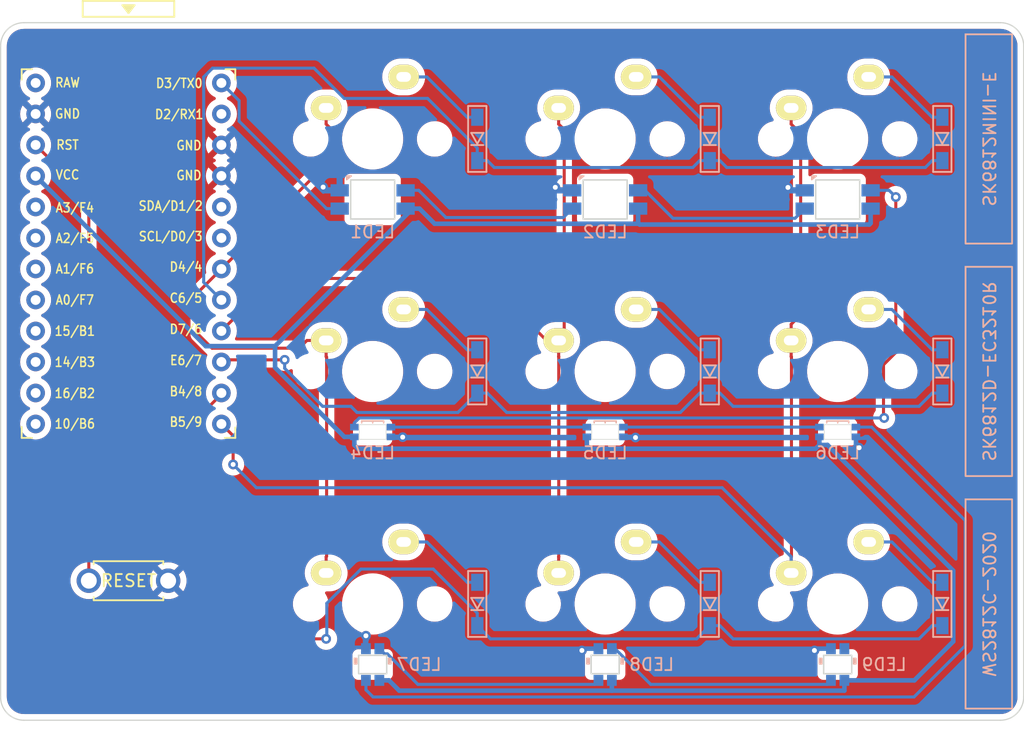
<source format=kicad_pcb>
(kicad_pcb (version 20211014) (generator pcbnew)
  (layers (0 "F.Cu" signal) (31 "B.Cu" signal) (34 "B.Paste" user) (35 "F.Paste" user) (36 "B.SilkS" user "B.Silkscreen") (37 "F.SilkS" user "F.Silkscreen") (38 "B.Mask" user) (39 "F.Mask" user) (44 "Edge.Cuts" user))
  (net 0 "")
  (net 1 "col0")
  (net 2 "Net-(D1-Pad2)")
  (net 3 "Net-(D2-Pad2)")
  (net 4 "col1")
  (net 5 "Net-(D3-Pad2)")
  (net 6 "Net-(D4-Pad2)")
  (net 7 "GND")
  (net 8 "Net-(LED1-Pad2)")
  (net 9 "led")
  (net 10 "VCC")
  (net 11 "Net-(LED2-Pad2)")
  (net 12 "Net-(LED3-Pad2)")
  (net 13 "row0")
  (net 14 "row1")
  (net 15 "reset")
  (net 22 "col2")
  (net 23 "Net-(D5-Pad2)")
  (net 24 "Net-(D6-Pad2)")
  (net 25 "Net-(LED4-Pad2)")
  (net 26 "Net-(LED5-Pad2)")
  (net 27 "Net-(D7-Pad2)")
  (net 34 "Net-(D8-Pad2)")
  (net 35 "Net-(D9-Pad2)")
  (net 36 "Net-(LED6-Pad2)")
  (net 37 "Net-(LED7-Pad1)")
  (net 38 "Net-(LED8-Pad1)")
  (net 40 "row2")
  (footprint "kbd:CherryMX_1u" (layer "F.Cu") (at -726.757 -573.405)
    (fp_text reference "SW8" hide)
    (fp_text value "SW_PUSH" hide)
    (pad "" np_thru_hole circle locked (at 5.08 0 90) (size 1.9 1.9) (drill 1.9) (layers *.Cu *.Mask))
    (pad "" np_thru_hole circle locked (at 0 0 90) (size 4 4) (drill 4) (layers *.Cu *.Mask))
    (pad "" np_thru_hole circle locked (at -5.08 0 90) (size 1.9 1.9) (drill 1.9) (layers *.Cu *.Mask))
    (pad "1" thru_hole oval locked (at -3.81 -2.54) (size 2.5 2) (drill oval 1.2 0.8) (layers *.Cu "F.SilkS" "B.Mask") (net 14 "row1"))
    (pad "2" thru_hole oval locked (at 2.54 -5.08) (size 2.5 2) (drill oval 1.2 0.8) (layers *.Cu "F.SilkS" "B.Mask") (net 34 "Net-(D8-Pad2)"))
  )
  (footprint "kbd:ProMicro_v3" (layer "F.Cu") (at -765.81 -601.613)
    (fp_text reference "U1" hide)
    (fp_text value "ProMicro" hide)
    (fp_text user "SDA/D1/2" (at 3.455 -4.4 unlocked) (layer "F.SilkS") (effects (font (size 0.75 0.67) (thickness 0.125))))
    (fp_text user "B5/9" (at 4.705 13.3 unlocked) (layer "F.SilkS") (effects (font (size 0.75 0.67) (thickness 0.125))))
    (fp_text user "RST" (at -4.995 -9.4 unlocked) (layer "F.SilkS") (effects (font (size 0.75 0.67) (thickness 0.125))))
    (fp_text user "GND" (at 4.955 -9.35 unlocked) (layer "F.SilkS") (effects (font (size 0.75 0.67) (thickness 0.125))))
    (fp_text user "10/B6" (at -4.395 13.45 unlocked) (layer "F.SilkS") (effects (font (size 0.75 0.67) (thickness 0.125))))
    (fp_text user "RAW" (at -4.995 -14.5 unlocked) (layer "F.SilkS") (effects (font (size 0.75 0.67) (thickness 0.125))))
    (fp_text user "A3/F4" (at -4.395 -4.25 unlocked) (layer "F.SilkS") (effects (font (size 0.75 0.67) (thickness 0.125))))
    (fp_text user "A1/F6" (at -4.395 0.75 unlocked) (layer "F.SilkS") (effects (font (size 0.75 0.67) (thickness 0.125))))
    (fp_text user "GND" (at -4.995 -11.95 unlocked) (layer "F.SilkS") (effects (font (size 0.75 0.67) (thickness 0.125))))
    (fp_text user "D4/4" (at 4.705 0.6 unlocked) (layer "F.SilkS") (effects (font (size 0.75 0.67) (thickness 0.125))))
    (fp_text user "C6/5" (at 4.705 3.15 unlocked) (layer "F.SilkS") (effects (font (size 0.75 0.67) (thickness 0.125))))
    (fp_text user "SCL/D0/3" (at 3.455 -1.9 unlocked) (layer "F.SilkS") (effects (font (size 0.75 0.67) (thickness 0.125))))
    (fp_text user "16/B2" (at -4.395 10.95 unlocked) (layer "F.SilkS") (effects (font (size 0.75 0.67) (thickness 0.125))))
    (fp_text user "E6/7" (at 4.705 8.25 unlocked) (layer "F.SilkS") (effects (font (size 0.75 0.67) (thickness 0.125))))
    (fp_text user "B4/8" (at 4.705 10.8 unlocked) (layer "F.SilkS") (effects (font (size 0.75 0.67) (thickness 0.125))))
    (fp_text user "D7/6" (at 4.705 5.7 unlocked) (layer "F.SilkS") (effects (font (size 0.75 0.67) (thickness 0.125))))
    (fp_text user "VCC" (at -4.995 -6.95 unlocked) (layer "F.SilkS") (effects (font (size 0.75 0.67) (thickness 0.125))))
    (fp_text user "GND" (at 4.955 -6.9 unlocked) (layer "F.SilkS") (effects (font (size 0.75 0.67) (thickness 0.125))))
    (fp_text user "D3/TX0" (at 4.155 -14.45 unlocked) (layer "F.SilkS") (effects (font (size 0.75 0.67) (thickness 0.125))))
    (fp_text user "A0/F7" (at -4.395 3.3 unlocked) (layer "F.SilkS") (effects (font (size 0.75 0.67) (thickness 0.125))))
    (fp_text user "D2/RX1" (at 4.155 -11.9 unlocked) (layer "F.SilkS") (effects (font (size 0.75 0.67) (thickness 0.125))))
    (fp_text user "A2/F5" (at -4.395 -1.75 unlocked) (layer "F.SilkS") (effects (font (size 0.75 0.67) (thickness 0.125))))
    (fp_text user "15/B1" (at -4.395 5.85 unlocked) (layer "F.SilkS") (effects (font (size 0.75 0.67) (thickness 0.125))))
    (fp_text user "14/B3" (at -4.395 8.4 unlocked) (layer "F.SilkS") (effects (font (size 0.75 0.67) (thickness 0.125))))
    (pad "1" thru_hole circle locked (at 7.6114 -14.478) (size 1.524 1.524) (drill 0.8128) (layers *.Cu "B.Mask") (net 9 "led"))
    (pad "2" thru_hole circle locked (at 7.6114 -11.938) (size 1.524 1.524) (drill 0.8128) (layers *.Cu "B.Mask"))
    (pad "3" thru_hole circle locked (at 7.6114 -9.398) (size 1.524 1.524) (drill 0.8128) (layers *.Cu "B.Mask") (net 7 "GND"))
    (pad "4" thru_hole circle locked (at 7.6114 -6.858) (size 1.524 1.524) (drill 0.8128) (layers *.Cu "B.Mask") (net 7 "GND"))
    (pad "5" thru_hole circle locked (at 7.6114 -4.318) (size 1.524 1.524) (drill 0.8128) (layers *.Cu "B.Mask"))
    (pad "6" thru_hole circle locked (at 7.6114 -1.778) (size 1.524 1.524) (drill 0.8128) (layers *.Cu "B.Mask"))
    (pad "7" thru_hole circle locked (at 7.6114 0.762) (size 1.524 1.524) (drill 0.8128) (layers *.Cu "B.Mask") (net 13 "row0"))
    (pad "8" thru_hole circle locked (at 7.6114 3.302) (size 1.524 1.524) (drill 0.8128) (layers *.Cu "B.Mask") (net 1 "col0"))
    (pad "9" thru_hole circle locked (at 7.6114 5.842) (size 1.524 1.524) (drill 0.8128) (layers *.Cu "B.Mask") (net 14 "row1"))
    (pad "10" thru_hole circle locked (at 7.6114 8.382) (size 1.524 1.524) (drill 0.8128) (layers *.Cu "B.Mask") (net 4 "col1"))
    (pad "11" thru_hole circle locked (at 7.6114 10.922) (size 1.524 1.524) (drill 0.8128) (layers *.Cu "B.Mask") (net 22 "col2"))
    (pad "12" thru_hole circle locked (at 7.6114 13.462) (size 1.524 1.524) (drill 0.8128) (layers *.Cu "B.Mask") (net 40 "row2"))
    (pad "13" thru_hole circle locked (at -7.6086 13.462) (size 1.524 1.524) (drill 0.8128) (layers *.Cu "B.Mask"))
    (pad "14" thru_hole circle locked (at -7.6086 10.922) (size 1.524 1.524) (drill 0.8128) (layers *.Cu "B.Mask"))
    (pad "15" thru_hole circle locked (at -7.6086 8.382) (size 1.524 1.524) (drill 0.8128) (layers *.Cu "B.Mask"))
    (pad "16" thru_hole circle locked (at -7.6086 5.842) (size 1.524 1.524) (drill 0.8128) (layers *.Cu "B.Mask"))
    (pad "17" thru_hole circle locked (at -7.6086 3.302) (size 1.524 1.524) (drill 0.8128) (layers *.Cu "B.Mask"))
    (pad "18" thru_hole circle locked (at -7.6086 0.762) (size 1.524 1.524) (drill 0.8128) (layers *.Cu "B.Mask"))
    (pad "19" thru_hole circle locked (at -7.6086 -1.778) (size 1.524 1.524) (drill 0.8128) (layers *.Cu "B.Mask"))
    (pad "20" thru_hole circle locked (at -7.6086 -4.318) (size 1.524 1.524) (drill 0.8128) (layers *.Cu "B.Mask"))
    (pad "21" thru_hole circle locked (at -7.6086 -6.858) (size 1.524 1.524) (drill 0.8128) (layers *.Cu "B.Mask") (net 10 "VCC"))
    (pad "22" thru_hole circle locked (at -7.6086 -9.398) (size 1.524 1.524) (drill 0.8128) (layers *.Cu "B.Mask") (net 15 "reset"))
    (pad "23" thru_hole circle locked (at -7.6086 -11.938) (size 1.524 1.524) (drill 0.8128) (layers *.Cu "B.Mask") (net 7 "GND"))
    (pad "24" thru_hole circle locked (at -7.6086 -14.478) (size 1.524 1.524) (drill 0.8128) (layers *.Cu "B.Mask"))
  )
  (footprint "kbd:CherryMX_1u" (layer "F.Cu") (at -745.807 -573.405)
    (fp_text reference "SW7" hide)
    (fp_text value "SW_PUSH" hide)
    (pad "" np_thru_hole circle locked (at -5.08 0 90) (size 1.9 1.9) (drill 1.9) (layers *.Cu *.Mask))
    (pad "" np_thru_hole circle locked (at 0 0 90) (size 4 4) (drill 4) (layers *.Cu *.Mask))
    (pad "" np_thru_hole circle locked (at 5.08 0 90) (size 1.9 1.9) (drill 1.9) (layers *.Cu *.Mask))
    (pad "1" thru_hole oval locked (at -3.81 -2.54) (size 2.5 2) (drill oval 1.2 0.8) (layers *.Cu "F.SilkS" "B.Mask") (net 13 "row0"))
    (pad "2" thru_hole oval locked (at 2.54 -5.08) (size 2.5 2) (drill oval 1.2 0.8) (layers *.Cu "F.SilkS" "B.Mask") (net 27 "Net-(D7-Pad2)"))
  )
  (footprint "kbd:CherryMX_1u" (layer "F.Cu") (at -707.707 -611.505)
    (fp_text reference "SW3" hide)
    (fp_text value "SW_PUSH" hide)
    (pad "" np_thru_hole circle locked (at 5.08 0 90) (size 1.9 1.9) (drill 1.9) (layers *.Cu *.Mask))
    (pad "" np_thru_hole circle locked (at -5.08 0 90) (size 1.9 1.9) (drill 1.9) (layers *.Cu *.Mask))
    (pad "" np_thru_hole circle locked (at 0 0 90) (size 4 4) (drill 4) (layers *.Cu *.Mask))
    (pad "1" thru_hole oval locked (at -3.81 -2.54) (size 2.5 2) (drill oval 1.2 0.8) (layers *.Cu "F.SilkS" "B.Mask") (net 40 "row2"))
    (pad "2" thru_hole oval locked (at 2.54 -5.08) (size 2.5 2) (drill oval 1.2 0.8) (layers *.Cu "F.SilkS" "B.Mask") (net 5 "Net-(D3-Pad2)"))
  )
  (footprint "kbd:CherryMX_1u" (layer "F.Cu") (at -726.757 -611.505)
    (fp_text reference "SW2" hide)
    (fp_text value "SW_PUSH" hide)
    (pad "" np_thru_hole circle locked (at -5.08 0 90) (size 1.9 1.9) (drill 1.9) (layers *.Cu *.Mask))
    (pad "" np_thru_hole circle locked (at 0 0 90) (size 4 4) (drill 4) (layers *.Cu *.Mask))
    (pad "" np_thru_hole circle locked (at 5.08 0 90) (size 1.9 1.9) (drill 1.9) (layers *.Cu *.Mask))
    (pad "1" thru_hole oval locked (at -3.81 -2.54) (size 2.5 2) (drill oval 1.2 0.8) (layers *.Cu "F.SilkS" "B.Mask") (net 14 "row1"))
    (pad "2" thru_hole oval locked (at 2.54 -5.08) (size 2.5 2) (drill oval 1.2 0.8) (layers *.Cu "F.SilkS" "B.Mask") (net 3 "Net-(D2-Pad2)"))
  )
  (footprint "kbd:CherryMX_1u" (layer "F.Cu") (at -726.757 -592.455)
    (fp_text reference "SW5" hide)
    (fp_text value "SW_PUSH" hide)
    (pad "" np_thru_hole circle locked (at -5.08 0 90) (size 1.9 1.9) (drill 1.9) (layers *.Cu *.Mask))
    (pad "" np_thru_hole circle locked (at 0 0 90) (size 4 4) (drill 4) (layers *.Cu *.Mask))
    (pad "" np_thru_hole circle locked (at 5.08 0 90) (size 1.9 1.9) (drill 1.9) (layers *.Cu *.Mask))
    (pad "1" thru_hole oval locked (at -3.81 -2.54) (size 2.5 2) (drill oval 1.2 0.8) (layers *.Cu "F.SilkS" "B.Mask") (net 14 "row1"))
    (pad "2" thru_hole oval locked (at 2.54 -5.08) (size 2.5 2) (drill oval 1.2 0.8) (layers *.Cu "F.SilkS" "B.Mask") (net 23 "Net-(D5-Pad2)"))
  )
  (footprint "kbd:ResetSW_1side" (layer "F.Cu") (at -765.81 -575.31 180)
    (fp_text reference "SW10" hide)
    (fp_text value "SW_PUSH")
    (fp_text user "RESET" (at 0 0) (layer "F.SilkS"))
    (pad "1" thru_hole circle locked (at 3.25 0 180) (size 2 2) (drill 1.3) (layers *.Cu "B.Mask") (net 15 "reset"))
    (pad "2" thru_hole circle locked (at -3.25 0 180) (size 2 2) (drill 1.3) (layers *.Cu "B.Mask") (net 7 "GND"))
  )
  (footprint "kbd:CherryMX_1u" (layer "F.Cu") (at -745.807 -592.455)
    (fp_text reference "SW4" hide)
    (fp_text value "SW_PUSH" hide)
    (pad "" np_thru_hole circle locked (at 5.08 0 90) (size 1.9 1.9) (drill 1.9) (layers *.Cu *.Mask))
    (pad "" np_thru_hole circle locked (at -5.08 0 90) (size 1.9 1.9) (drill 1.9) (layers *.Cu *.Mask))
    (pad "" np_thru_hole circle locked (at 0 0 90) (size 4 4) (drill 4) (layers *.Cu *.Mask))
    (pad "1" thru_hole oval locked (at -3.81 -2.54) (size 2.5 2) (drill oval 1.2 0.8) (layers *.Cu "F.SilkS" "B.Mask") (net 13 "row0"))
    (pad "2" thru_hole oval locked (at 2.54 -5.08) (size 2.5 2) (drill oval 1.2 0.8) (layers *.Cu "F.SilkS" "B.Mask") (net 6 "Net-(D4-Pad2)"))
  )
  (footprint "kbd:CherryMX_1u" (layer "F.Cu") (at -707.707 -592.455)
    (fp_text reference "SW6" hide)
    (fp_text value "SW_PUSH" hide)
    (pad "" np_thru_hole circle locked (at 0 0 90) (size 4 4) (drill 4) (layers *.Cu *.Mask))
    (pad "" np_thru_hole circle locked (at -5.08 0 90) (size 1.9 1.9) (drill 1.9) (layers *.Cu *.Mask))
    (pad "" np_thru_hole circle locked (at 5.08 0 90) (size 1.9 1.9) (drill 1.9) (layers *.Cu *.Mask))
    (pad "1" thru_hole oval locked (at -3.81 -2.54) (size 2.5 2) (drill oval 1.2 0.8) (layers *.Cu "F.SilkS" "B.Mask") (net 40 "row2"))
    (pad "2" thru_hole oval locked (at 2.54 -5.08) (size 2.5 2) (drill oval 1.2 0.8) (layers *.Cu "F.SilkS" "B.Mask") (net 24 "Net-(D6-Pad2)"))
  )
  (footprint "kbd:CherryMX_1u" (layer "F.Cu") (at -745.807 -611.505)
    (fp_text reference "SW1" hide)
    (fp_text value "SW_PUSH" hide)
    (pad "" np_thru_hole circle locked (at 5.08 0 90) (size 1.9 1.9) (drill 1.9) (layers *.Cu *.Mask))
    (pad "" np_thru_hole circle locked (at -5.08 0 90) (size 1.9 1.9) (drill 1.9) (layers *.Cu *.Mask))
    (pad "" np_thru_hole circle locked (at 0 0 90) (size 4 4) (drill 4) (layers *.Cu *.Mask))
    (pad "1" thru_hole oval locked (at -3.81 -2.54) (size 2.5 2) (drill oval 1.2 0.8) (layers *.Cu "F.SilkS" "B.Mask") (net 13 "row0"))
    (pad "2" thru_hole oval locked (at 2.54 -5.08) (size 2.5 2) (drill oval 1.2 0.8) (layers *.Cu "F.SilkS" "B.Mask") (net 2 "Net-(D1-Pad2)"))
  )
  (footprint "kbd:CherryMX_1u" (layer "F.Cu") (at -707.707 -573.405)
    (fp_text reference "SW9" hide)
    (fp_text value "SW_PUSH" hide)
    (pad "" np_thru_hole circle locked (at 5.08 0 90) (size 1.9 1.9) (drill 1.9) (layers *.Cu *.Mask))
    (pad "" np_thru_hole circle locked (at 0 0 90) (size 4 4) (drill 4) (layers *.Cu *.Mask))
    (pad "" np_thru_hole circle locked (at -5.08 0 90) (size 1.9 1.9) (drill 1.9) (layers *.Cu *.Mask))
    (pad "1" thru_hole oval locked (at -3.81 -2.54) (size 2.5 2) (drill oval 1.2 0.8) (layers *.Cu "F.SilkS" "B.Mask") (net 40 "row2"))
    (pad "2" thru_hole oval locked (at 2.54 -5.08) (size 2.5 2) (drill oval 1.2 0.8) (layers *.Cu "F.SilkS" "B.Mask") (net 35 "Net-(D9-Pad2)"))
  )
  (footprint "reverse-mount-led:SK6812D-EC3210R" (layer "B.Cu") (at -707.707 -587.495)
    (fp_text reference "LED6" (at 0 1.7075 unlocked) (layer "B.SilkS") (effects (justify mirror)))
    (fp_text value "SK6812D-EC3210R")
    (fp_rect (start -1.1 0.6) (end 1.1 -0.6) (layer "Edge.Cuts") (width 0.05) (fill none))
    (pad "1" smd rect (at 1.5 0.4) (size 0.7 0.55) (layers "B.Cu" "B.Paste" "B.Mask") (net 7 "GND"))
    (pad "2" smd rect (at 1.5 -0.4) (size 0.7 0.55) (layers "B.Cu" "B.Paste" "B.Mask") (net 36 "Net-(LED6-Pad2)"))
    (pad "3" smd rect (at -1.5 -0.4) (size 0.7 0.55) (layers "B.Cu" "B.Paste" "B.Mask") (net 26 "Net-(LED5-Pad2)"))
    (pad "4" smd rect (at -1.5 0.4) (size 0.7 0.55) (layers "B.Cu" "B.Paste" "B.Mask") (net 10 "VCC"))
  )
  (footprint "kbd:D3_SMD_v2" (layer "B.Cu") (at -699.135 -611.505 90)
    (fp_text reference "D3" hide)
    (fp_text value "D" hide)
    (pad "1" smd rect locked (at -1.775 0 90) (size 1.4 1) (layers "B.Cu" "B.Paste" "B.Mask") (net 1 "col0"))
    (pad "2" smd rect locked (at 1.775 0 90) (size 1.4 1) (layers "B.Cu" "B.Paste" "B.Mask") (net 5 "Net-(D3-Pad2)"))
  )
  (footprint "reverse-mount-led:SK6812MINI-E" (layer "B.Cu") (at -726.757 -606.545)
    (fp_text reference "LED2" (at 0 2.66 unlocked) (layer "B.SilkS") (effects (justify mirror)))
    (fp_text value "SK6812MINI-E")
    (fp_rect (start -1.8 1.6) (end 1.8 -1.6) (layer "Edge.Cuts") (width 0.12) (fill none))
    (pad "1" smd rect (at 2.7 0.75) (size 1.5 1) (layers "B.Cu" "B.Paste" "B.Mask") (net 10 "VCC"))
    (pad "2" smd rect (at 2.7 -0.75) (size 1.5 1) (layers "B.Cu" "B.Paste" "B.Mask") (net 11 "Net-(LED2-Pad2)"))
    (pad "3" smd rect (at -2.7 -0.75) (size 1.5 1) (layers "B.Cu" "B.Paste" "B.Mask") (net 7 "GND"))
    (pad "4" smd rect (at -2.7 0.75) (size 1.5 1) (layers "B.Cu" "B.Paste" "B.Mask") (net 8 "Net-(LED1-Pad2)"))
  )
  (footprint "reverse-mount-led:WS2812C-2020" (layer "B.Cu") (at -707.707 -568.445 -90)
    (fp_text reference "LED9" (at 0 -3.81 unlocked) (layer "B.SilkS") (effects (justify mirror)))
    (fp_text value "WS2812C-2020")
    (fp_rect (start -0.75 1.15) (end 0.75 -1.15) (layer "Edge.Cuts") (width 0.12) (fill none))
    (pad "1" smd rect (at -1.3 -0.55 270) (size 0.9 0.8) (layers "B.Cu" "B.Paste" "B.Mask"))
    (pad "2" smd rect (at -1.3 0.55 270) (size 0.9 0.8) (layers "B.Cu" "B.Paste" "B.Mask") (net 7 "GND"))
    (pad "3" smd rect (at 1.3 0.55 270) (size 0.9 0.8) (layers "B.Cu" "B.Paste" "B.Mask") (net 38 "Net-(LED8-Pad1)"))
    (pad "4" smd rect (at 1.3 -0.55 270) (size 0.9 0.8) (layers "B.Cu" "B.Paste" "B.Mask") (net 10 "VCC"))
  )
  (footprint "kbd:D3_SMD_v2" (layer "B.Cu") (at -718.185 -611.505 90)
    (fp_text reference "D2" hide)
    (fp_text value "D" hide)
    (pad "1" smd rect locked (at -1.775 0 90) (size 1.4 1) (layers "B.Cu" "B.Paste" "B.Mask") (net 1 "col0"))
    (pad "2" smd rect locked (at 1.775 0 90) (size 1.4 1) (layers "B.Cu" "B.Paste" "B.Mask") (net 3 "Net-(D2-Pad2)"))
  )
  (footprint "reverse-mount-led:WS2812C-2020" (layer "B.Cu") (at -726.757 -568.445 -90)
    (fp_text reference "LED8" (at 0 -3.81 unlocked) (layer "B.SilkS") (effects (justify mirror)))
    (fp_text value "WS2812C-2020")
    (fp_rect (start -0.75 1.15) (end 0.75 -1.15) (layer "Edge.Cuts") (width 0.12) (fill none))
    (pad "1" smd rect (at -1.3 -0.55 270) (size 0.9 0.8) (layers "B.Cu" "B.Paste" "B.Mask") (net 38 "Net-(LED8-Pad1)"))
    (pad "2" smd rect (at -1.3 0.55 270) (size 0.9 0.8) (layers "B.Cu" "B.Paste" "B.Mask") (net 7 "GND"))
    (pad "3" smd rect (at 1.3 0.55 270) (size 0.9 0.8) (layers "B.Cu" "B.Paste" "B.Mask") (net 37 "Net-(LED7-Pad1)"))
    (pad "4" smd rect (at 1.3 -0.55 270) (size 0.9 0.8) (layers "B.Cu" "B.Paste" "B.Mask") (net 10 "VCC"))
  )
  (footprint "kbd:D3_SMD_v2" (layer "B.Cu") (at -737.235 -592.455 90)
    (fp_text reference "D4" hide)
    (fp_text value "D" hide)
    (pad "1" smd rect locked (at -1.775 0 90) (size 1.4 1) (layers "B.Cu" "B.Paste" "B.Mask") (net 4 "col1"))
    (pad "2" smd rect locked (at 1.775 0 90) (size 1.4 1) (layers "B.Cu" "B.Paste" "B.Mask") (net 6 "Net-(D4-Pad2)"))
  )
  (footprint "kbd:D3_SMD_v2" (layer "B.Cu") (at -737.235 -611.505 90)
    (fp_text reference "D1" hide)
    (fp_text value "D" hide)
    (pad "1" smd rect locked (at -1.775 0 90) (size 1.4 1) (layers "B.Cu" "B.Paste" "B.Mask") (net 1 "col0"))
    (pad "2" smd rect locked (at 1.775 0 90) (size 1.4 1) (layers "B.Cu" "B.Paste" "B.Mask") (net 2 "Net-(D1-Pad2)"))
  )
  (footprint "reverse-mount-led:SK6812MINI-E" (layer "B.Cu") (at -707.707 -606.545)
    (fp_text reference "LED3" (at 0 2.66 unlocked) (layer "B.SilkS") (effects (justify mirror)))
    (fp_text value "SK6812MINI-E")
    (fp_rect (start -1.8 1.6) (end 1.8 -1.6) (layer "Edge.Cuts") (width 0.12) (fill none))
    (pad "1" smd rect (at 2.7 0.75) (size 1.5 1) (layers "B.Cu" "B.Paste" "B.Mask") (net 10 "VCC"))
    (pad "2" smd rect (at 2.7 -0.75) (size 1.5 1) (layers "B.Cu" "B.Paste" "B.Mask") (net 12 "Net-(LED3-Pad2)"))
    (pad "3" smd rect (at -2.7 -0.75) (size 1.5 1) (layers "B.Cu" "B.Paste" "B.Mask") (net 7 "GND"))
    (pad "4" smd rect (at -2.7 0.75) (size 1.5 1) (layers "B.Cu" "B.Paste" "B.Mask") (net 11 "Net-(LED2-Pad2)"))
  )
  (footprint "kbd:D3_SMD_v2" (layer "B.Cu") (at -718.185 -573.405 90)
    (fp_text reference "D8" hide)
    (fp_text value "D" hide)
    (pad "1" smd rect locked (at -1.775 0 90) (size 1.4 1) (layers "B.Cu" "B.Paste" "B.Mask") (net 22 "col2"))
    (pad "2" smd rect locked (at 1.775 0 90) (size 1.4 1) (layers "B.Cu" "B.Paste" "B.Mask") (net 34 "Net-(D8-Pad2)"))
  )
  (footprint "kbd:D3_SMD_v2" (layer "B.Cu") (at -737.235 -573.405 90)
    (fp_text reference "D7" hide)
    (fp_text value "D" hide)
    (pad "1" smd rect locked (at -1.775 0 90) (size 1.4 1) (layers "B.Cu" "B.Paste" "B.Mask") (net 22 "col2"))
    (pad "2" smd rect locked (at 1.775 0 90) (size 1.4 1) (layers "B.Cu" "B.Paste" "B.Mask") (net 27 "Net-(D7-Pad2)"))
  )
  (footprint "reverse-mount-led:WS2812C-2020" (layer "B.Cu") (at -745.807 -568.445 -90)
    (fp_text reference "LED7" (at 0 -3.81 unlocked) (layer "B.SilkS") (effects (justify mirror)))
    (fp_text value "WS2812C-2020")
    (fp_rect (start -0.75 1.15) (end 0.75 -1.15) (layer "Edge.Cuts") (width 0.12) (fill none))
    (pad "1" smd rect (at -1.3 -0.55 270) (size 0.9 0.8) (layers "B.Cu" "B.Paste" "B.Mask") (net 37 "Net-(LED7-Pad1)"))
    (pad "2" smd rect (at -1.3 0.55 270) (size 0.9 0.8) (layers "B.Cu" "B.Paste" "B.Mask") (net 7 "GND"))
    (pad "3" smd rect (at 1.3 0.55 270) (size 0.9 0.8) (layers "B.Cu" "B.Paste" "B.Mask") (net 36 "Net-(LED6-Pad2)"))
    (pad "4" smd rect (at 1.3 -0.55 270) (size 0.9 0.8) (layers "B.Cu" "B.Paste" "B.Mask") (net 10 "VCC"))
  )
  (footprint "kbd:D3_SMD_v2" (layer "B.Cu") (at -718.185 -592.455 90)
    (fp_text reference "D5" hide)
    (fp_text value "D" hide)
    (pad "1" smd rect locked (at -1.775 0 90) (size 1.4 1) (layers "B.Cu" "B.Paste" "B.Mask") (net 4 "col1"))
    (pad "2" smd rect locked (at 1.775 0 90) (size 1.4 1) (layers "B.Cu" "B.Paste" "B.Mask") (net 23 "Net-(D5-Pad2)"))
  )
  (footprint "reverse-mount-led:SK6812MINI-E" (layer "B.Cu") (at -745.807 -606.545)
    (fp_text reference "LED1" (at 0 2.66 unlocked) (layer "B.SilkS") (effects (justify mirror)))
    (fp_text value "SK6812MINI-E")
    (fp_rect (start -1.8 1.6) (end 1.8 -1.6) (layer "Edge.Cuts") (width 0.12) (fill none))
    (pad "1" smd rect (at 2.7 0.75) (size 1.5 1) (layers "B.Cu" "B.Paste" "B.Mask") (net 10 "VCC"))
    (pad "2" smd rect (at 2.7 -0.75) (size 1.5 1) (layers "B.Cu" "B.Paste" "B.Mask") (net 8 "Net-(LED1-Pad2)"))
    (pad "3" smd rect (at -2.7 -0.75) (size 1.5 1) (layers "B.Cu" "B.Paste" "B.Mask") (net 7 "GND"))
    (pad "4" smd rect (at -2.7 0.75) (size 1.5 1) (layers "B.Cu" "B.Paste" "B.Mask") (net 9 "led"))
  )
  (footprint "reverse-mount-led:SK6812D-EC3210R" (layer "B.Cu") (at -745.807 -587.495)
    (fp_text reference "LED4" (at 0 1.7075 unlocked) (layer "B.SilkS") (effects (justify mirror)))
    (fp_text value "SK6812D-EC3210R")
    (fp_rect (start -1.1 0.6) (end 1.1 -0.6) (layer "Edge.Cuts") (width 0.05) (fill none))
    (pad "1" smd rect (at 1.5 0.4) (size 0.7 0.55) (layers "B.Cu" "B.Paste" "B.Mask") (net 7 "GND"))
    (pad "2" smd rect (at 1.5 -0.4) (size 0.7 0.55) (layers "B.Cu" "B.Paste" "B.Mask") (net 25 "Net-(LED4-Pad2)"))
    (pad "3" smd rect (at -1.5 -0.4) (size 0.7 0.55) (layers "B.Cu" "B.Paste" "B.Mask") (net 12 "Net-(LED3-Pad2)"))
    (pad "4" smd rect (at -1.5 0.4) (size 0.7 0.55) (layers "B.Cu" "B.Paste" "B.Mask") (net 10 "VCC"))
  )
  (footprint "kbd:D3_SMD_v2" (layer "B.Cu") (at -699.135 -573.405 90)
    (fp_text reference "D9" hide)
    (fp_text value "D" hide)
    (pad "1" smd rect locked (at -1.775 0 90) (size 1.4 1) (layers "B.Cu" "B.Paste" "B.Mask") (net 22 "col2"))
    (pad "2" smd rect locked (at 1.775 0 90) (size 1.4 1) (layers "B.Cu" "B.Paste" "B.Mask") (net 35 "Net-(D9-Pad2)"))
  )
  (footprint "reverse-mount-led:SK6812D-EC3210R" (layer "B.Cu") (at -726.757 -587.495)
    (fp_text reference "LED5" (at 0 1.7075 unlocked) (layer "B.SilkS") (effects (justify mirror)))
    (fp_text value "SK6812D-EC3210R")
    (fp_rect (start -1.1 0.6) (end 1.1 -0.6) (layer "Edge.Cuts") (width 0.05) (fill none))
    (pad "1" smd rect (at 1.5 0.4) (size 0.7 0.55) (layers "B.Cu" "B.Paste" "B.Mask") (net 7 "GND"))
    (pad "2" smd rect (at 1.5 -0.4) (size 0.7 0.55) (layers "B.Cu" "B.Paste" "B.Mask") (net 26 "Net-(LED5-Pad2)"))
    (pad "3" smd rect (at -1.5 -0.4) (size 0.7 0.55) (layers "B.Cu" "B.Paste" "B.Mask") (net 25 "Net-(LED4-Pad2)"))
    (pad "4" smd rect (at -1.5 0.4) (size 0.7 0.55) (layers "B.Cu" "B.Paste" "B.Mask") (net 10 "VCC"))
  )
  (footprint "kbd:D3_SMD_v2" (layer "B.Cu") (at -699.135 -592.455 90)
    (fp_text reference "D6" hide)
    (fp_text value "D" hide)
    (pad "1" smd rect locked (at -1.775 0 90) (size 1.4 1) (layers "B.Cu" "B.Paste" "B.Mask") (net 4 "col1"))
    (pad "2" smd rect locked (at 1.775 0 90) (size 1.4 1) (layers "B.Cu" "B.Paste" "B.Mask") (net 24 "Net-(D6-Pad2)"))
  )
  (gr_rect (start -697.23 -601.0275) (end -693.42 -583.8825) (layer "B.SilkS") (width 0.15) (fill none))
  (gr_rect (start -697.23 -581.9775) (end -693.42 -564.8325) (layer "B.SilkS") (width 0.15) (fill none))
  (gr_rect (start -697.23 -620.0775) (end -693.42 -602.9325) (layer "B.SilkS") (width 0.15) (fill none))
  (gr_arc (start -776.2875 -619.125) (mid -775.729538 -620.472038) (end -774.3825 -621.03) (layer "Edge.Cuts") (width 0.1))
  (gr_arc (start -774.3825 -563.88) (mid -775.729538 -564.437962) (end -776.2875 -565.785) (layer "Edge.Cuts") (width 0.1))
  (gr_line (start -774.3825 -621.03) (end -694.3725 -621.03) (layer "Edge.Cuts") (width 0.1))
  (gr_line (start -694.3725 -563.88) (end -774.3825 -563.88) (layer "Edge.Cuts") (width 0.1))
  (gr_line (start -776.2875 -565.785) (end -776.2875 -619.125) (layer "Edge.Cuts") (width 0.1))
  (gr_arc (start -694.3725 -621.03) (mid -693.025462 -620.472038) (end -692.4675 -619.125) (layer "Edge.Cuts") (width 0.1))
  (gr_line (start -692.4675 -619.125) (end -692.4675 -565.785) (layer "Edge.Cuts") (width 0.1))
  (gr_arc (start -692.4675 -565.785) (mid -693.025462 -564.437962) (end -694.3725 -563.88) (layer "Edge.Cuts") (width 0.1))
  (gr_text "WS2812C-2020" (at -695.325 -573.405 270) (layer "B.SilkS") (effects (font (size 1 1)) (justify mirror)))
  (gr_text "SK6812D-EC3210R" (at -695.325 -592.455 270) (layer "B.SilkS") (effects (font (size 1 1)) (justify mirror)))
  (gr_text "SK6812MINI-E" (at -695.325 -611.505 270) (layer "B.SilkS") (effects (font (size 1 1)) (justify mirror)))
  (segment (start -759.65 -599.762) (end -758.199 -598.311) (width 0.25) (layer "B.Cu") (net 1))
  (segment (start -699.135 -609.73) (end -699.961 -609.73) (width 0.25) (layer "B.Cu") (net 1))
  (segment (start -758.926 -617.304) (end -759.65 -616.58) (width 0.25) (layer "B.Cu") (net 1))
  (segment (start -700.528 -609.163) (end -699.961 -609.73) (width 0.25) (layer "B.Cu") (net 1))
  (segment (start -718.185 -609.73) (end -719.011 -609.73) (width 0.25) (layer "B.Cu") (net 1))
  (segment (start -741.306 -614.827) (end -748.135 -614.827) (width 0.25) (layer "B.Cu") (net 1))
  (segment (start -719.578 -609.163) (end -719.011 -609.73) (width 0.25) (layer "B.Cu") (net 1))
  (segment (start -716.792 -609.163) (end -700.528 -609.163) (width 0.25) (layer "B.Cu") (net 1))
  (segment (start -736.822 -609.73) (end -736.409 -609.73) (width 0.25) (layer "B.Cu") (net 1))
  (segment (start -717.359 -609.73) (end -716.792 -609.163) (width 0.25) (layer "B.Cu") (net 1))
  (segment (start -748.135 -614.827) (end -750.612 -617.304) (width 0.25) (layer "B.Cu") (net 1))
  (segment (start -737.235 -610.756) (end -741.306 -614.827) (width 0.25) (layer "B.Cu") (net 1))
  (segment (start -736.822 -609.73) (end -737.235 -609.73) (width 0.25) (layer "B.Cu") (net 1))
  (segment (start -750.612 -617.304) (end -758.926 -617.304) (width 0.25) (layer "B.Cu") (net 1))
  (segment (start -736.409 -609.73) (end -735.842 -609.163) (width 0.25) (layer "B.Cu") (net 1))
  (segment (start -735.842 -609.163) (end -719.578 -609.163) (width 0.25) (layer "B.Cu") (net 1))
  (segment (start -759.65 -616.58) (end -759.65 -599.762) (width 0.25) (layer "B.Cu") (net 1))
  (segment (start -718.185 -609.73) (end -717.359 -609.73) (width 0.25) (layer "B.Cu") (net 1))
  (segment (start -737.235 -609.73) (end -737.235 -610.756) (width 0.25) (layer "B.Cu") (net 1))
  (segment (start -738.061 -613.28) (end -741.366 -616.585) (width 0.25) (layer "B.Cu") (net 2))
  (segment (start -741.366 -616.585) (end -743.267 -616.585) (width 0.25) (layer "B.Cu") (net 2))
  (segment (start -737.235 -613.28) (end -738.061 -613.28) (width 0.25) (layer "B.Cu") (net 2))
  (segment (start -719.011 -613.28) (end -722.316 -616.585) (width 0.25) (layer "B.Cu") (net 3))
  (segment (start -718.185 -613.28) (end -719.011 -613.28) (width 0.25) (layer "B.Cu") (net 3))
  (segment (start -722.316 -616.585) (end -724.217 -616.585) (width 0.25) (layer "B.Cu") (net 3))
  (segment (start -758.0225 -593.4075) (end -758.199 -593.231) (width 0.25) (layer "F.Cu") (net 4))
  (segment (start -753.0145 -593.4075) (end -758.0225 -593.4075) (width 0.25) (layer "F.Cu") (net 4))
  (via (at -753.0145 -593.4075) (size 0.8) (drill 0.4) (layers "F.Cu" "B.Cu") (net 4))
  (segment (start -701.0435 -589.5975) (end -716.2765 -589.5975) (width 0.25) (layer "B.Cu") (net 4))
  (segment (start -720.59648 -589.09452) (end -734.82352 -589.09452) (width 0.25) (layer "B.Cu") (net 4))
  (segment (start -738.82048 -589.09452) (end -737.235 -590.68) (width 0.25) (layer "B.Cu") (net 4))
  (segment (start -749.902657 -589.5975) (end -747.590677 -589.5975) (width 0.25) (layer "B.Cu") (net 4))
  (segment (start -753.0145 -593.4075) (end -753.0145 -592.709343) (width 0.25) (layer "B.Cu") (net 4))
  (segment (start -699.961 -590.68) (end -701.0435 -589.5975) (width 0.25) (layer "B.Cu") (net 4))
  (segment (start -734.82352 -589.09452) (end -736.409 -590.68) (width 0.25) (layer "B.Cu") (net 4))
  (segment (start -719.011 -590.68) (end -720.59648 -589.09452) (width 0.25) (layer "B.Cu") (net 4))
  (segment (start -753.0145 -592.709343) (end -749.902657 -589.5975) (width 0.25) (layer "B.Cu") (net 4))
  (segment (start -747.087697 -589.09452) (end -738.82048 -589.09452) (width 0.25) (layer "B.Cu") (net 4))
  (segment (start -699.135 -590.68) (end -699.961 -590.68) (width 0.25) (layer "B.Cu") (net 4))
  (segment (start -717.359 -590.68) (end -718.185 -590.68) (width 0.25) (layer "B.Cu") (net 4))
  (segment (start -736.409 -590.68) (end -737.235 -590.68) (width 0.25) (layer "B.Cu") (net 4))
  (segment (start -716.2765 -589.5975) (end -717.359 -590.68) (width 0.25) (layer "B.Cu") (net 4))
  (segment (start -747.590677 -589.5975) (end -747.087697 -589.09452) (width 0.25) (layer "B.Cu") (net 4))
  (segment (start -718.185 -590.68) (end -719.011 -590.68) (width 0.25) (layer "B.Cu") (net 4))
  (segment (start -699.961 -613.28) (end -703.266 -616.585) (width 0.25) (layer "B.Cu") (net 5))
  (segment (start -703.266 -616.585) (end -705.167 -616.585) (width 0.25) (layer "B.Cu") (net 5))
  (segment (start -699.135 -613.28) (end -699.961 -613.28) (width 0.25) (layer "B.Cu") (net 5))
  (segment (start -737.235 -594.23) (end -738.061 -594.23) (width 0.25) (layer "B.Cu") (net 6))
  (segment (start -741.366 -597.535) (end -743.267 -597.535) (width 0.25) (layer "B.Cu") (net 6))
  (segment (start -738.061 -594.23) (end -741.366 -597.535) (width 0.25) (layer "B.Cu") (net 6))
  (via (at -746.357 -570.8) (size 0.8) (drill 0.4) (layers "F.Cu" "B.Cu") (net 7))
  (via (at -711.782 -607.531) (size 0.8) (drill 0.4) (layers "F.Cu" "B.Cu") (net 7))
  (via (at -705.95 -586.206) (size 0.8) (drill 0.4) (layers "F.Cu" "B.Cu") (net 7))
  (via (at -728.6625 -569.595) (size 0.8) (drill 0.4) (layers "F.Cu" "B.Cu") (net 7))
  (via (at -709.6125 -569.595) (size 0.8) (drill 0.4) (layers "F.Cu" "B.Cu") (net 7))
  (via (at -749.863 -607.559) (size 0.8) (drill 0.4) (layers "F.Cu" "B.Cu") (net 7))
  (via (at -724.27 -587.041) (size 0.8) (drill 0.4) (layers "F.Cu" "B.Cu") (net 7))
  (via (at -730.842 -607.541) (size 0.8) (drill 0.4) (layers "F.Cu" "B.Cu") (net 7))
  (via (at -743.345 -587.073) (size 0.8) (drill 0.4) (layers "F.Cu" "B.Cu") (net 7))
  (segment (start -730.596 -607.295) (end -730.842 -607.541) (width 0.376) (layer "B.Cu") (net 7))
  (segment (start -725.257 -587.095) (end -724.518 -587.095) (width 0.376) (layer "B.Cu") (net 7))
  (segment (start -728.5125 -569.745) (end -728.6625 -569.595) (width 0.376) (layer "B.Cu") (net 7))
  (segment (start -749.646 -607.342) (end -749.646 -607.295) (width 0.376) (layer "B.Cu") (net 7))
  (segment (start -710.407 -607.295) (end -711.546 -607.295) (width 0.376) (layer "B.Cu") (net 7))
  (segment (start -746.357 -569.745) (end -746.357 -570.8) (width 0.376) (layer "B.Cu") (net 7))
  (segment (start -706.175 -586.431) (end -706.207 -586.431) (width 0.376) (layer "B.Cu") (net 7))
  (segment (start -706.207 -587.095) (end -706.207 -586.431) (width 0.376) (layer "B.Cu") (net 7))
  (segment (start -743.345 -587.073) (end -743.546 -587.073) (width 0.376) (layer "B.Cu") (net 7))
  (segment (start -711.546 -607.295) (end -711.782 -607.531) (width 0.376) (layer "B.Cu") (net 7))
  (segment (start -724.464 -587.041) (end -724.518 -587.095) (width 0.376) (layer "B.Cu") (net 7))
  (segment (start -727.307 -569.745) (end -728.5125 -569.745) (width 0.376) (layer "B.Cu") (net 7))
  (segment (start -724.27 -587.041) (end -724.464 -587.041) (width 0.376) (layer "B.Cu") (net 7))
  (segment (start -729.457 -607.295) (end -730.596 -607.295) (width 0.376) (layer "B.Cu") (net 7))
  (segment (start -709.6125 -569.595) (end -709.4625 -569.745) (width 0.376) (layer "B.Cu") (net 7))
  (segment (start -743.546 -587.073) (end -743.568 -587.095) (width 0.376) (layer "B.Cu") (net 7))
  (segment (start -709.4625 -569.745) (end -708.257 -569.745) (width 0.376) (layer "B.Cu") (net 7))
  (segment (start -748.507 -607.295) (end -749.646 -607.295) (width 0.376) (layer "B.Cu") (net 7))
  (segment (start -744.307 -587.095) (end -743.568 -587.095) (width 0.376) (layer "B.Cu") (net 7))
  (segment (start -749.863 -607.559) (end -749.646 -607.342) (width 0.376) (layer "B.Cu") (net 7))
  (segment (start -705.95 -586.206) (end -706.175 -586.431) (width 0.376) (layer "B.Cu") (net 7))
  (segment (start -742.031 -607.295) (end -739.80352 -605.06752) (width 0.25) (layer "B.Cu") (net 8))
  (segment (start -743.107 -607.295) (end -742.031 -607.295) (width 0.25) (layer "B.Cu") (net 8))
  (segment (start -730.18448 -605.06752) (end -729.457 -605.795) (width 0.25) (layer "B.Cu") (net 8))
  (segment (start -739.80352 -605.06752) (end -730.18448 -605.06752) (width 0.25) (layer "B.Cu") (net 8))
  (segment (start -756.748 -612.96) (end -756.748 -614.64) (width 0.25) (layer "B.Cu") (net 9))
  (segment (start -748.507 -605.795) (end -749.583 -605.795) (width 0.25) (layer "B.Cu") (net 9))
  (segment (start -749.583 -605.795) (end -756.748 -612.96) (width 0.25) (layer "B.Cu") (net 9))
  (segment (start -756.748 -614.64) (end -758.199 -616.091) (width 0.25) (layer "B.Cu") (net 9))
  (segment (start -748.125 -587.095) (end -753.802 -592.772) (width 0.376) (layer "B.Cu") (net 10))
  (segment (start -742.537 -605.795) (end -741.968 -605.795) (width 0.376) (layer "B.Cu") (net 10))
  (segment (start -709.514 -586.124) (end -709.207 -586.431) (width 0.376) (layer "B.Cu") (net 10))
  (segment (start -747.307 -587.095) (end -748.125 -587.095) (width 0.376) (layer "B.Cu") (net 10))
  (segment (start -705.007 -605.795) (end -705.007 -604.601) (width 0.376) (layer "B.Cu") (net 10))
  (segment (start -708.541 -586.431) (end -698.236 -576.126) (width 0.376) (layer "B.Cu") (net 10))
  (segment (start -742.537 -605.795) (end -753.802 -594.53) (width 0.376) (layer "B.Cu") (net 10))
  (segment (start -747.307 -587.095) (end -747.307 -586.431) (width 0.376) (layer "B.Cu") (net 10))
  (segment (start -745.257 -567.145) (end -744.468 -567.145) (width 0.376) (layer "B.Cu") (net 10))
  (segment (start -726.207 -566.306) (end -707.157 -566.306) (width 0.376) (layer "B.Cu") (net 10))
  (segment (start -709.207 -586.431) (end -708.541 -586.431) (width 0.376) (layer "B.Cu") (net 10))
  (segment (start -698.236 -576.126) (end -698.236 -570.335) (width 0.376) (layer "B.Cu") (net 10))
  (segment (start -709.207 -586.576) (end -709.207 -586.431) (width 0.376) (layer "B.Cu") (net 10))
  (segment (start -707.157 -567.145) (end -707.157 -566.306) (width 0.376) (layer "B.Cu") (net 10))
  (segment (start -741.968 -605.795) (end -740.728 -604.555) (width 0.376) (layer "B.Cu") (net 10))
  (segment (start -728.257 -586.124) (end -709.514 -586.124) (width 0.376) (layer "B.Cu") (net 10))
  (segment (start -747 -586.124) (end -728.257 -586.124) (width 0.376) (layer "B.Cu") (net 10))
  (segment (start -747.307 -586.431) (end -747 -586.124) (width 0.376) (layer "B.Cu") (net 10))
  (segment (start -723.929 -604.492) (end -724.057 -604.62) (width 0.376) (layer "B.Cu") (net 10))
  (segment (start -705.007 -604.601) (end -705.116 -604.492) (width 0.376) (layer "B.Cu") (net 10))
  (segment (start -743.107 -605.795) (end -742.537 -605.795) (width 0.376) (layer "B.Cu") (net 10))
  (segment (start -728.257 -586.124) (end -728.257 -587.095) (width 0.376) (layer "B.Cu") (net 10))
  (segment (start -753.802 -592.772) (end -753.802 -594.53) (width 0.376) (layer "B.Cu") (net 10))
  (segment (start -724.057 -604.62) (end -724.057 -605.795) (width 0.376) (layer "B.Cu") (net 10))
  (segment (start -724.122 -604.555) (end -724.057 -604.62) (width 0.376) (layer "B.Cu") (net 10))
  (segment (start -698.236 -570.335) (end -701.426 -567.145) (width 0.376) (layer "B.Cu") (net 10))
  (segment (start -705.116 -604.492) (end -723.929 -604.492) (width 0.376) (layer "B.Cu") (net 10))
  (segment (start -759.478 -594.53) (end -773.419 -608.471) (width 0.376) (layer "B.Cu") (net 10))
  (segment (start -743.629 -566.306) (end -726.207 -566.306) (width 0.376) (layer "B.Cu") (net 10))
  (segment (start -726.207 -567.145) (end -726.207 -566.306) (width 0.376) (layer "B.Cu") (net 10))
  (segment (start -744.468 -567.145) (end -743.629 -566.306) (width 0.376) (layer "B.Cu") (net 10))
  (segment (start -740.728 -604.555) (end -724.122 -604.555) (width 0.376) (layer "B.Cu") (net 10))
  (segment (start -701.426 -567.145) (end -707.157 -567.145) (width 0.376) (layer "B.Cu") (net 10))
  (segment (start -709.207 -587.095) (end -709.207 -586.576) (width 0.376) (layer "B.Cu") (net 10))
  (segment (start -753.802 -594.53) (end -759.478 -594.53) (width 0.376) (layer "B.Cu") (net 10))
  (segment (start -711.19748 -605.00452) (end -721.20952 -605.00452) (width 0.25) (layer "B.Cu") (net 11))
  (segment (start -710.407 -605.795) (end -711.19748 -605.00452) (width 0.25) (layer "B.Cu") (net 11))
  (segment (start -721.20952 -605.00452) (end -723.5 -607.295) (width 0.25) (layer "B.Cu") (net 11))
  (segment (start -723.5 -607.295) (end -724.057 -607.295) (width 0.25) (layer "B.Cu") (net 11))
  (segment (start -702.945 -606.7425) (end -702.945 -594.010157) (width 0.25) (layer "F.Cu") (net 12))
  (segment (start -702.945 -594.010157) (end -703.951521 -593.003636) (width 0.25) (layer "F.Cu") (net 12))
  (segment (start -703.951521 -588.699021) (end -703.8975 -588.645) (width 0.25) (layer "F.Cu") (net 12))
  (segment (start -703.951521 -593.003636) (end -703.951521 -588.699021) (width 0.25) (layer "F.Cu") (net 12))
  (via (at -702.945 -606.7425) (size 0.8) (drill 0.4) (layers "F.Cu" "B.Cu") (net 12))
  (via (at -703.8975 -588.645) (size 0.8) (drill 0.4) (layers "F.Cu" "B.Cu") (net 12))
  (segment (start -703.8975 -588.645) (end -746.9015 -588.645) (width 0.25) (layer "B.Cu") (net 12))
  (segment (start -747.307 -588.2395) (end -747.307 -587.895) (width 0.25) (layer "B.Cu") (net 12))
  (segment (start -705.007 -607.295) (end -703.4975 -607.295) (width 0.25) (layer "B.Cu") (net 12))
  (segment (start -746.9015 -588.645) (end -747.307 -588.2395) (width 0.25) (layer "B.Cu") (net 12))
  (segment (start -703.4975 -607.295) (end -702.945 -606.7425) (width 0.25) (layer "B.Cu") (net 12))
  (segment (start -749.617 -575.945) (end -749.617 -577.271) (width 0.25) (layer "F.Cu") (net 13))
  (segment (start -749.234 -609.816) (end -760.095 -598.955) (width 0.25) (layer "F.Cu") (net 13))
  (segment (start -749.234 -612.336) (end -749.234 -609.816) (width 0.25) (layer "F.Cu") (net 13))
  (segment (start -751.828 -594.36) (end -751.193 -594.995) (width 0.25) (layer "F.Cu") (net 13))
  (segment (start -749.617 -612.719) (end -749.234 -612.336) (width 0.25) (layer "F.Cu") (net 13))
  (segment (start -749.578 -577.31) (end -749.578 -593.63) (width 0.25) (layer "F.Cu") (net 13))
  (segment (start -749.578 -593.63) (end -749.617 -593.669) (width 0.25) (layer "F.Cu") (net 13))
  (segment (start -749.617 -577.271) (end -749.578 -577.31) (width 0.25) (layer "F.Cu") (net 13))
  (segment (start -760.095 -598.955) (end -760.095 -595.492) (width 0.25) (layer "F.Cu") (net 13))
  (segment (start -749.617 -614.045) (end -749.617 -612.719) (width 0.25) (layer "F.Cu") (net 13))
  (segment (start -751.193 -594.995) (end -749.617 -594.995) (width 0.25) (layer "F.Cu") (net 13))
  (segment (start -758.963 -594.36) (end -751.828 -594.36) (width 0.25) (layer "F.Cu") (net 13))
  (segment (start -760.095 -595.492) (end -758.963 -594.36) (width 0.25) (layer "F.Cu") (net 13))
  (segment (start -749.617 -594.995) (end -749.617 -593.669) (width 0.25) (layer "F.Cu") (net 13))
  (segment (start -730.567 -614.045) (end -730.567 -612.719) (width 0.25) (layer "F.Cu") (net 14))
  (segment (start -730.111 -595.451) (end -730.567 -594.995) (width 0.25) (layer "F.Cu") (net 14))
  (segment (start -730.56 -593.662) (end -730.56 -577.278) (width 0.25) (layer "F.Cu") (net 14))
  (segment (start -730.111 -612.263) (end -730.111 -595.451) (width 0.25) (layer "F.Cu") (net 14))
  (segment (start -731.561 -594.995) (end -730.567 -594.995) (width 0.25) (layer "F.Cu") (net 14))
  (segment (start -730.567 -593.669) (end -730.56 -593.662) (width 0.25) (layer "F.Cu") (net 14))
  (segment (start -730.567 -612.719) (end -730.111 -612.263) (width 0.25) (layer "F.Cu") (net 14))
  (segment (start -736.641 -600.075) (end -753.895 -600.075) (width 0.25) (layer "F.Cu") (net 14))
  (segment (start -730.567 -594.995) (end -730.567 -593.669) (width 0.25) (layer "F.Cu") (net 14))
  (segment (start -736.641 -600.075) (end -731.561 -594.995) (width 0.25) (layer "F.Cu") (net 14))
  (segment (start -730.56 -577.278) (end -730.567 -577.271) (width 0.25) (layer "F.Cu") (net 14))
  (segment (start -753.895 -600.075) (end -758.199 -595.771) (width 0.25) (layer "F.Cu") (net 14))
  (segment (start -730.567 -575.945) (end -730.567 -577.271) (width 0.25) (layer "F.Cu") (net 14))
  (segment (start -769.06 -606.652) (end -773.419 -611.011) (width 0.25) (layer "F.Cu") (net 15))
  (segment (start -769.06 -575.31) (end -769.06 -606.652) (width 0.25) (layer "F.Cu") (net 15))
  (segment (start -758.1986 -590.691) (end -758.1986 -590.59073) (width 0.25) (layer "F.Cu") (net 22))
  (segment (start -760.095 -576.2625) (end -754.38 -570.5475) (width 0.25) (layer "F.Cu") (net 22))
  (segment (start -758.1986 -590.59073) (end -760.095 -588.69433) (width 0.25) (layer "F.Cu") (net 22))
  (segment (start -754.38 -570.5475) (end -749.6175 -570.5475) (width 0.25) (layer "F.Cu") (net 22))
  (segment (start -760.095 -588.69433) (end -760.095 -576.2625) (width 0.25) (layer "F.Cu") (net 22))
  (via (at -749.6175 -570.5475) (size 0.8) (drill 0.4) (layers "F.Cu" "B.Cu") (net 22))
  (segment (start -746.76 -576.2625) (end -740.8415 -576.2625) (width 0.25) (layer "B.Cu") (net 22))
  (segment (start -749.562479 -573.460021) (end -746.76 -576.2625) (width 0.25) (layer "B.Cu") (net 22))
  (segment (start -737.235 -571.63) (end -736.1525 -570.5475) (width 0.25) (layer "B.Cu") (net 22))
  (segment (start -716.2765 -570.5475) (end -717.359 -571.63) (width 0.25) (layer "B.Cu") (net 22))
  (segment (start -749.562479 -570.602521) (end -749.562479 -573.460021) (width 0.25) (layer "B.Cu") (net 22))
  (segment (start -749.6175 -570.5475) (end -749.562479 -570.602521) (width 0.25) (layer "B.Cu") (net 22))
  (segment (start -701.0435 -570.5475) (end -716.2765 -570.5475) (width 0.25) (layer "B.Cu") (net 22))
  (segment (start -737.235 -571.63) (end -737.235 -572.656) (width 0.25) (layer "B.Cu") (net 22))
  (segment (start -737.235 -572.656) (end -740.8415 -576.2625) (width 0.25) (layer "B.Cu") (net 22))
  (segment (start -699.135 -571.63) (end -699.961 -571.63) (width 0.25) (layer "B.Cu") (net 22))
  (segment (start -699.961 -571.63) (end -701.0435 -570.5475) (width 0.25) (layer "B.Cu") (net 22))
  (segment (start -736.1525 -570.5475) (end -719.2675 -570.5475) (width 0.25) (layer "B.Cu") (net 22))
  (segment (start -719.2675 -570.5475) (end -718.185 -571.63) (width 0.25) (layer "B.Cu") (net 22))
  (segment (start -717.359 -571.63) (end -718.185 -571.63) (width 0.25) (layer "B.Cu") (net 22))
  (segment (start -719.011 -594.23) (end -722.316 -597.535) (width 0.25) (layer "B.Cu") (net 23))
  (segment (start -722.316 -597.535) (end -724.217 -597.535) (width 0.25) (layer "B.Cu") (net 23))
  (segment (start -718.185 -594.23) (end -719.011 -594.23) (width 0.25) (layer "B.Cu") (net 23))
  (segment (start -699.961 -594.23) (end -703.266 -597.535) (width 0.25) (layer "B.Cu") (net 24))
  (segment (start -699.135 -594.23) (end -699.961 -594.23) (width 0.25) (layer "B.Cu") (net 24))
  (segment (start -703.266 -597.535) (end -705.167 -597.535) (width 0.25) (layer "B.Cu") (net 24))
  (segment (start -728.257 -587.895) (end -744.307 -587.895) (width 0.25) (layer "B.Cu") (net 25))
  (segment (start -725.257 -587.895) (end -709.207 -587.895) (width 0.25) (layer "B.Cu") (net 26))
  (segment (start -737.235 -575.18) (end -738.061 -575.18) (width 0.25) (layer "B.Cu") (net 27))
  (segment (start -741.366 -578.485) (end -743.267 -578.485) (width 0.25) (layer "B.Cu") (net 27))
  (segment (start -738.061 -575.18) (end -741.366 -578.485) (width 0.25) (layer "B.Cu") (net 27))
  (segment (start -719.011 -575.18) (end -722.316 -578.485) (width 0.25) (layer "B.Cu") (net 34))
  (segment (start -722.316 -578.485) (end -724.217 -578.485) (width 0.25) (layer "B.Cu") (net 34))
  (segment (start -718.185 -575.18) (end -719.011 -575.18) (width 0.25) (layer "B.Cu") (net 34))
  (segment (start -703.266 -578.485) (end -705.167 -578.485) (width 0.25) (layer "B.Cu") (net 35))
  (segment (start -699.961 -575.18) (end -703.266 -578.485) (width 0.25) (layer "B.Cu") (net 35))
  (segment (start -699.135 -575.18) (end -699.961 -575.18) (width 0.25) (layer "B.Cu") (net 35))
  (segment (start -745.773 -565.785) (end -701.454 -565.785) (width 0.25) (layer "B.Cu") (net 36))
  (segment (start -701.454 -565.785) (end -697.264 -569.975) (width 0.25) (layer "B.Cu") (net 36))
  (segment (start -746.357 -566.369) (end -745.773 -565.785) (width 0.25) (layer "B.Cu") (net 36))
  (segment (start -704.915 -587.895) (end -706.207 -587.895) (width 0.25) (layer "B.Cu") (net 36))
  (segment (start -746.357 -567.145) (end -746.357 -566.369) (width 0.25) (layer "B.Cu") (net 36))
  (segment (start -697.264 -569.975) (end -697.264 -580.244) (width 0.25) (layer "B.Cu") (net 36))
  (segment (start -697.264 -580.244) (end -704.915 -587.895) (width 0.25) (layer "B.Cu") (net 36))
  (segment (start -744.605216 -569.32002) (end -742.103716 -566.81852) (width 0.25) (layer "B.Cu") (net 37))
  (segment (start -744.83202 -569.32002) (end -744.605216 -569.32002) (width 0.25) (layer "B.Cu") (net 37))
  (segment (start -745.257 -569.745) (end -744.83202 -569.32002) (width 0.25) (layer "B.Cu") (net 37))
  (segment (start -742.103716 -566.81852) (end -727.63348 -566.81852) (width 0.25) (layer "B.Cu") (net 37))
  (segment (start -727.63348 -566.81852) (end -727.307 -567.145) (width 0.25) (layer "B.Cu") (net 37))
  (segment (start -725.955 -569.745) (end -723.02852 -566.81852) (width 0.25) (layer "B.Cu") (net 38))
  (segment (start -723.02852 -566.81852) (end -708.58348 -566.81852) (width 0.25) (layer "B.Cu") (net 38))
  (segment (start -708.58348 -566.81852) (end -708.257 -567.145) (width 0.25) (layer "B.Cu") (net 38))
  (segment (start -726.207 -569.745) (end -725.955 -569.745) (width 0.25) (layer "B.Cu") (net 38))
  (segment (start -711.517 -596.321) (end -710.74 -597.098) (width 0.25) (layer "F.Cu") (net 40))
  (segment (start -711.493 -593.645) (end -711.517 -593.669) (width 0.25) (layer "F.Cu") (net 40))
  (segment (start -711.517 -594.995) (end -711.517 -593.669) (width 0.25) (layer "F.Cu") (net 40))
  (segment (start -757.2375 -584.835) (end -757.2375 -587.1899) (width 0.25) (layer "F.Cu") (net 40))
  (segment (start -711.493 -577.295) (end -711.493 -593.645) (width 0.25) (layer "F.Cu") (net 40))
  (segment (start -757.2375 -587.1899) (end -758.1986 -588.151) (width 0.25) (layer "F.Cu") (net 40))
  (segment (start -710.74 -611.942) (end -711.517 -612.719) (width 0.25) (layer "F.Cu") (net 40))
  (segment (start -711.517 -614.045) (end -711.517 -612.719) (width 0.25) (layer "F.Cu") (net 40))
  (segment (start -711.517 -575.945) (end -711.517 -577.271) (width 0.25) (layer "F.Cu") (net 40))
  (segment (start -710.74 -597.098) (end -710.74 -611.942) (width 0.25) (layer "F.Cu") (net 40))
  (segment (start -711.517 -577.271) (end -711.493 -577.295) (width 0.25) (layer "F.Cu") (net 40))
  (segment (start -711.517 -594.995) (end -711.517 -596.321) (width 0.25) (layer "F.Cu") (net 40))
  (via (at -757.2375 -584.835) (size 0.8) (drill 0.4) (layers "F.Cu" "B.Cu") (net 40))
  (segment (start -717.176 -582.93) (end -711.517 -577.271) (width 0.25) (layer "B.Cu") (net 40))
  (segment (start -711.517 -577.271) (end -711.517 -575.945) (width 0.25) (layer "B.Cu") (net 40))
  (segment (start -755.3325 -582.93) (end -717.176 -582.93) (width 0.25) (layer "B.Cu") (net 40))
  (segment (start -757.2375 -584.835) (end -755.3325 -582.93) (width 0.25) (layer "B.Cu") (net 40))
  (zone (net 7) (net_name "GND") (layers F&B.Cu) (connect_pads (clearance 0.508)) (min_thickness 0.254) (fill yes (thermal_gap 0.508) (thermal_bridge_width 0.508))
    (polygon (pts (xy -692.4675 -563.88) (xy -776.2875 -563.88) (xy -776.2875 -621.03) (xy -692.4675 -621.03)))
  )
)
</source>
